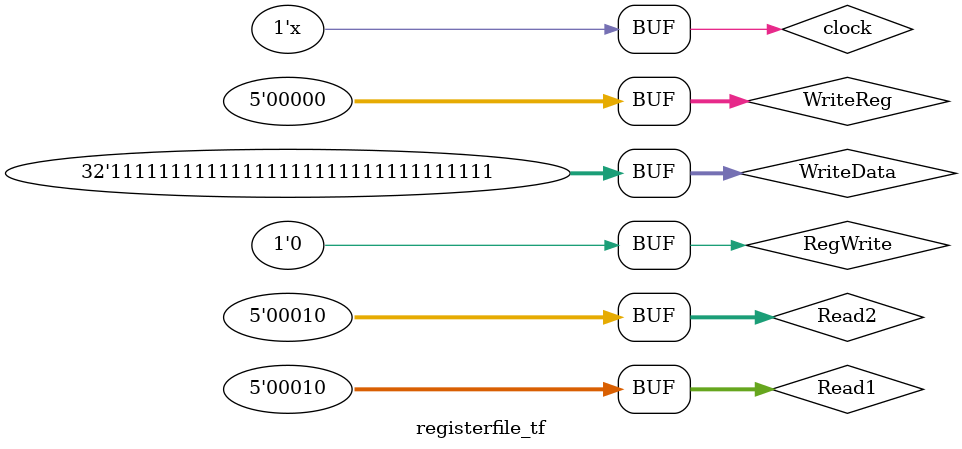
<source format=v>
`timescale 1ns / 1ps


module registerfile_tf;

	// Inputs
	reg [4:0] Read1;
	reg [4:0] Read2;
	reg [4:0] WriteReg;
	reg [31:0] WriteData;
	reg RegWrite;
	reg clock;

	// Outputs
	wire [31:0] Data1;
	wire [31:0] Data2;

	// Instantiate the Unit Under Test (UUT)
	registerfile uut (
		.Read1(Read1), 
		.Read2(Read2), 
		.WriteReg(WriteReg), 
		.WriteData(WriteData), 
		.RegWrite(RegWrite), 
		.clock(clock), 
		.Data1(Data1), 
		.Data2(Data2)
	);

	initial begin
		// Initialize Inputs
		Read1 = 1;
		Read2 = 1;
		WriteReg = 0;
		WriteData = 32'hFFFFFFFF;
		RegWrite = 1;
		clock = 0;

		// Wait 100 ns for global reset to finish
		#100;
      
		#50 WriteReg = 1;
		Read1 = 1;
		Read2 = 1;
		WriteReg = 1;
		#50 WriteReg = 0;
		
		#100 Read1 = 1;
		Read2 = 2;
		
		#100 Read1 = 2;
		Read2 = 1;
		
		#100 RegWrite = 2;
		Read2 = 2;
		Read1 = 2;
		// Add stimulus here

	end
	
	always begin 
		#10 clock = ~clock;
	end
      
endmodule


</source>
